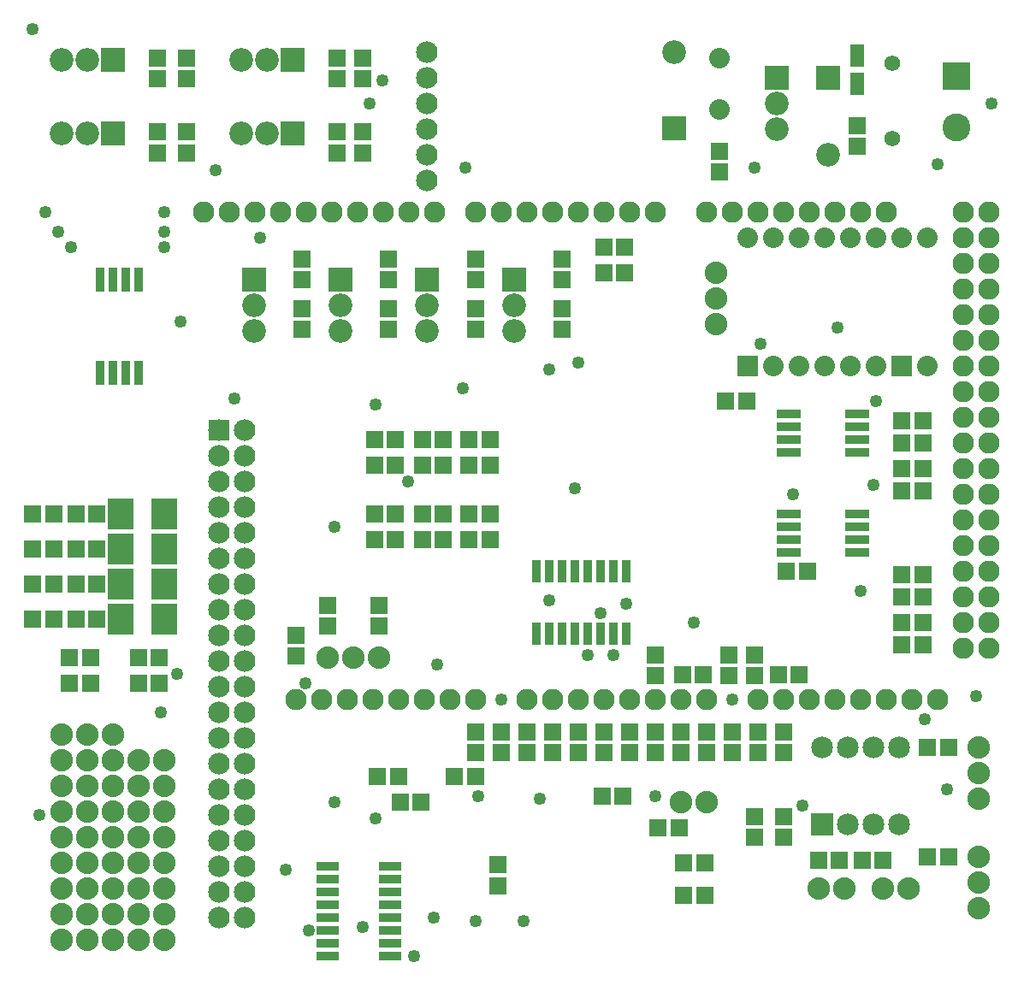
<source format=gts>
G04 MADE WITH FRITZING*
G04 WWW.FRITZING.ORG*
G04 DOUBLE SIDED*
G04 HOLES PLATED*
G04 CONTOUR ON CENTER OF CONTOUR VECTOR*
%ASAXBY*%
%FSLAX23Y23*%
%MOIN*%
%OFA0B0*%
%SFA1.0B1.0*%
%ADD10C,0.049370*%
%ADD11C,0.080000*%
%ADD12C,0.084000*%
%ADD13C,0.088000*%
%ADD14C,0.085000*%
%ADD15C,0.082917*%
%ADD16C,0.092000*%
%ADD17C,0.061496*%
%ADD18C,0.109055*%
%ADD19R,0.036000X0.090000*%
%ADD20R,0.096900X0.034000*%
%ADD21R,0.100086X0.123708*%
%ADD22R,0.033622X0.096614*%
%ADD23R,0.065118X0.069055*%
%ADD24R,0.057244X0.088740*%
%ADD25R,0.090000X0.036000*%
%ADD26R,0.069055X0.065118*%
%ADD27R,0.080000X0.080000*%
%ADD28R,0.085000X0.085000*%
%ADD29R,0.084000X0.084000*%
%ADD30R,0.092000X0.092000*%
%ADD31R,0.109055X0.109055*%
%LNMASK1*%
G90*
G70*
G54D10*
X207Y2922D03*
X569Y2984D03*
X569Y3059D03*
X106Y3059D03*
X157Y2984D03*
X569Y2922D03*
X632Y2634D03*
X1232Y1834D03*
X3619Y809D03*
X3344Y2322D03*
X3282Y1584D03*
X1044Y497D03*
X57Y3772D03*
X1132Y259D03*
X1969Y297D03*
X2269Y1497D03*
X2632Y1459D03*
X1794Y784D03*
X2032Y772D03*
X2482Y784D03*
X1519Y2009D03*
X1119Y1222D03*
X2219Y1334D03*
X2069Y1547D03*
X2319Y1334D03*
X2369Y1534D03*
X1632Y1297D03*
X2869Y3234D03*
X1782Y297D03*
X1344Y272D03*
X1744Y3234D03*
X3732Y1172D03*
X944Y2959D03*
X2182Y2472D03*
G54D11*
X2732Y3659D03*
X2732Y3459D03*
G54D10*
X1619Y309D03*
X1544Y159D03*
X1394Y697D03*
G54D12*
X1594Y3684D03*
X1594Y3584D03*
X1594Y3484D03*
X1594Y3384D03*
X1594Y3284D03*
X1594Y3184D03*
X1594Y3684D03*
X1594Y3584D03*
X1594Y3484D03*
X1594Y3384D03*
X1594Y3284D03*
X1594Y3184D03*
G54D10*
X619Y1259D03*
X3057Y747D03*
X1732Y2372D03*
X2069Y2447D03*
X1394Y2309D03*
X769Y3222D03*
X1369Y3484D03*
X1419Y3572D03*
X3532Y1084D03*
X1882Y1159D03*
X82Y709D03*
X557Y1109D03*
X2782Y1159D03*
X2169Y1984D03*
X3794Y3484D03*
X3194Y2609D03*
X3019Y1959D03*
X3332Y1997D03*
X844Y2334D03*
G54D11*
X3544Y2959D03*
X3544Y2459D03*
X3444Y2959D03*
X3444Y2459D03*
X3344Y2959D03*
X3344Y2459D03*
X3244Y2959D03*
X3244Y2459D03*
X3144Y2959D03*
X3144Y2459D03*
X3044Y2959D03*
X3044Y2459D03*
X2944Y2959D03*
X2944Y2459D03*
X2844Y2959D03*
X2844Y2459D03*
G54D10*
X3582Y3247D03*
X1232Y759D03*
G54D13*
X569Y222D03*
X469Y222D03*
X369Y222D03*
X269Y222D03*
X169Y222D03*
X569Y922D03*
X469Y922D03*
X369Y922D03*
X269Y922D03*
X169Y922D03*
X169Y722D03*
X269Y722D03*
X369Y722D03*
X369Y522D03*
X169Y522D03*
X269Y522D03*
X569Y522D03*
X469Y522D03*
X169Y322D03*
X269Y322D03*
X169Y1022D03*
X269Y1022D03*
X369Y1022D03*
X369Y422D03*
X569Y422D03*
X469Y422D03*
X169Y822D03*
X269Y822D03*
X369Y822D03*
X569Y322D03*
X469Y322D03*
X369Y622D03*
X169Y422D03*
X269Y422D03*
X569Y622D03*
X469Y622D03*
X1407Y1322D03*
X1307Y1322D03*
X1207Y1322D03*
X169Y622D03*
X269Y622D03*
X469Y822D03*
X369Y322D03*
X569Y822D03*
X569Y722D03*
X469Y722D03*
G54D10*
X2894Y2547D03*
G54D14*
X3132Y672D03*
X3132Y972D03*
X3232Y672D03*
X3232Y972D03*
X3332Y672D03*
X3332Y972D03*
X3432Y672D03*
X3432Y972D03*
G54D12*
X882Y2209D03*
X882Y2109D03*
X882Y2009D03*
X882Y1909D03*
X882Y1809D03*
X882Y1709D03*
X882Y1609D03*
X882Y1509D03*
X882Y1409D03*
X882Y1309D03*
X882Y1209D03*
X882Y1109D03*
X882Y1009D03*
X882Y909D03*
X882Y809D03*
X882Y709D03*
X882Y609D03*
X882Y509D03*
X882Y409D03*
X882Y309D03*
X782Y2209D03*
X782Y2109D03*
X782Y2009D03*
X782Y1909D03*
X782Y1809D03*
X782Y1709D03*
X782Y1609D03*
X782Y1509D03*
X782Y1409D03*
X782Y1309D03*
X782Y1209D03*
X782Y1109D03*
X782Y1009D03*
X782Y909D03*
X782Y809D03*
X782Y709D03*
X782Y609D03*
X782Y509D03*
X782Y409D03*
X782Y309D03*
G54D15*
X2982Y1159D03*
X1382Y1159D03*
X3082Y1159D03*
X3182Y1159D03*
X3282Y1159D03*
X3382Y1159D03*
X3682Y2559D03*
X3482Y1159D03*
X3582Y1159D03*
X1422Y3059D03*
X1982Y1159D03*
X2082Y1159D03*
X2182Y1159D03*
X2282Y1159D03*
X3682Y1759D03*
X2382Y1159D03*
X2482Y1159D03*
X2582Y1159D03*
X2682Y1159D03*
X2182Y3059D03*
X3682Y2959D03*
X3682Y2159D03*
X3682Y1359D03*
X1022Y3059D03*
X1782Y1159D03*
X1782Y3059D03*
X3682Y2759D03*
X3682Y2359D03*
X3682Y1959D03*
X3382Y3059D03*
X3682Y1559D03*
X3282Y3059D03*
X3182Y3059D03*
X3082Y3059D03*
X2982Y3059D03*
X2882Y3059D03*
X2782Y3059D03*
X2682Y3059D03*
X822Y3059D03*
X1222Y3059D03*
X1622Y3059D03*
X1182Y1159D03*
X1582Y1159D03*
X2382Y3059D03*
X1982Y3059D03*
X3682Y3059D03*
X3682Y2859D03*
X3682Y2659D03*
X3682Y2459D03*
X3682Y2259D03*
X3682Y2059D03*
X3682Y1859D03*
X3682Y1659D03*
X3682Y1459D03*
X722Y3059D03*
X922Y3059D03*
X1122Y3059D03*
X1322Y3059D03*
X1522Y3059D03*
X1082Y1159D03*
X1282Y1159D03*
X1482Y1159D03*
X1682Y1159D03*
X2482Y3059D03*
X2282Y3059D03*
X2082Y3059D03*
X1882Y3059D03*
X3782Y3059D03*
X3782Y2959D03*
X3782Y2859D03*
X3782Y2759D03*
X3782Y2659D03*
X3782Y2559D03*
X3782Y2459D03*
X3782Y2359D03*
X3782Y2259D03*
X3782Y2159D03*
X3782Y2059D03*
X3782Y1959D03*
X3782Y1859D03*
X3782Y1759D03*
X3782Y1659D03*
X3782Y1559D03*
X3782Y1459D03*
X3782Y1359D03*
X2882Y1159D03*
G54D16*
X1257Y2797D03*
X1257Y2697D03*
X1257Y2597D03*
X1932Y2797D03*
X1932Y2697D03*
X1932Y2597D03*
X1594Y2797D03*
X1594Y2697D03*
X1594Y2597D03*
X919Y2797D03*
X919Y2697D03*
X919Y2597D03*
G54D13*
X3744Y347D03*
X3744Y447D03*
X3744Y547D03*
X3744Y972D03*
X3744Y872D03*
X3744Y772D03*
X2719Y2822D03*
X2719Y2722D03*
X2719Y2622D03*
X3119Y422D03*
X3219Y422D03*
X2682Y759D03*
X2582Y759D03*
X3469Y422D03*
X3369Y422D03*
G54D16*
X2957Y3584D03*
X2957Y3484D03*
X2957Y3384D03*
X2557Y3386D03*
X2557Y3684D03*
X3157Y3582D03*
X3157Y3284D03*
G54D17*
X3407Y3345D03*
X3407Y3641D03*
X3407Y3345D03*
X3407Y3641D03*
G54D16*
X369Y3366D03*
X269Y3366D03*
X169Y3366D03*
X1069Y3653D03*
X969Y3653D03*
X869Y3653D03*
X369Y3653D03*
X269Y3653D03*
X169Y3653D03*
X1069Y3366D03*
X969Y3366D03*
X869Y3366D03*
G54D18*
X3657Y3590D03*
X3657Y3390D03*
G54D19*
X2019Y1417D03*
X2069Y1417D03*
X2119Y1417D03*
X2169Y1417D03*
X2219Y1417D03*
X2269Y1417D03*
X2319Y1417D03*
X2369Y1417D03*
X2369Y1659D03*
X2319Y1659D03*
X2269Y1659D03*
X2219Y1659D03*
X2169Y1659D03*
X2119Y1659D03*
X2069Y1659D03*
X2019Y1659D03*
G54D20*
X3269Y2122D03*
X3269Y2172D03*
X3269Y2222D03*
X3269Y2272D03*
X3004Y2272D03*
X3004Y2222D03*
X3004Y2172D03*
X3004Y2122D03*
X3269Y1734D03*
X3269Y1784D03*
X3269Y1834D03*
X3269Y1884D03*
X3004Y1884D03*
X3004Y1834D03*
X3004Y1784D03*
X3004Y1734D03*
G54D21*
X569Y1472D03*
X400Y1472D03*
X569Y1609D03*
X400Y1609D03*
X569Y1747D03*
X400Y1747D03*
X569Y1884D03*
X400Y1884D03*
G54D22*
X369Y2434D03*
X369Y2797D03*
X319Y2434D03*
X419Y2434D03*
X469Y2434D03*
X319Y2797D03*
X419Y2797D03*
X469Y2797D03*
G54D23*
X57Y1472D03*
X138Y1472D03*
X57Y1609D03*
X138Y1609D03*
X57Y1747D03*
X138Y1747D03*
X57Y1884D03*
X138Y1884D03*
X1575Y1784D03*
X1656Y1784D03*
X1575Y1884D03*
X1656Y1884D03*
X1575Y2072D03*
X1656Y2072D03*
X1575Y2172D03*
X1656Y2172D03*
X307Y1472D03*
X226Y1472D03*
X307Y1609D03*
X226Y1609D03*
X307Y1747D03*
X226Y1747D03*
X307Y1884D03*
X226Y1884D03*
X1388Y1784D03*
X1468Y1784D03*
X1388Y1884D03*
X1468Y1884D03*
X1388Y2072D03*
X1468Y2072D03*
X1388Y2172D03*
X1468Y2172D03*
G54D24*
X3269Y3559D03*
X3269Y3669D03*
G54D25*
X1449Y159D03*
X1449Y209D03*
X1449Y259D03*
X1449Y309D03*
X1449Y359D03*
X1449Y409D03*
X1449Y459D03*
X1449Y509D03*
X1207Y509D03*
X1207Y459D03*
X1207Y409D03*
X1207Y359D03*
X1207Y309D03*
X1207Y259D03*
X1207Y209D03*
X1207Y159D03*
G54D26*
X1869Y515D03*
X1869Y434D03*
G54D23*
X550Y1222D03*
X469Y1222D03*
X2282Y2922D03*
X2363Y2922D03*
G54D26*
X3269Y3316D03*
X3269Y3397D03*
X2732Y3216D03*
X2732Y3297D03*
G54D23*
X469Y1322D03*
X550Y1322D03*
X282Y1322D03*
X201Y1322D03*
G54D26*
X1344Y3291D03*
X1344Y3372D03*
X1244Y3578D03*
X1244Y3659D03*
X1344Y3578D03*
X1344Y3659D03*
X1244Y3291D03*
X1244Y3372D03*
X657Y3578D03*
X657Y3659D03*
X544Y3578D03*
X544Y3659D03*
X657Y3291D03*
X657Y3372D03*
X544Y3291D03*
X544Y3372D03*
G54D23*
X3525Y2247D03*
X3444Y2247D03*
X3525Y1972D03*
X3444Y1972D03*
X3525Y2059D03*
X3444Y2059D03*
X3525Y2159D03*
X3444Y2159D03*
X2757Y2322D03*
X2838Y2322D03*
X3525Y1372D03*
X3444Y1372D03*
X3525Y1459D03*
X3444Y1459D03*
X3525Y1559D03*
X3444Y1559D03*
X3525Y1647D03*
X3444Y1647D03*
G54D26*
X1107Y2603D03*
X1107Y2684D03*
X1444Y2603D03*
X1444Y2684D03*
X1782Y2603D03*
X1782Y2684D03*
X2119Y2603D03*
X2119Y2684D03*
X1107Y2877D03*
X1107Y2797D03*
X1444Y2877D03*
X1444Y2797D03*
X1782Y2877D03*
X1782Y2797D03*
X2119Y2877D03*
X2119Y2797D03*
G54D23*
X1757Y2072D03*
X1838Y2072D03*
X1838Y2172D03*
X1757Y2172D03*
X1482Y859D03*
X1401Y859D03*
X2357Y784D03*
X2276Y784D03*
X282Y1222D03*
X201Y1222D03*
X2994Y1659D03*
X3075Y1659D03*
G54D26*
X2769Y1334D03*
X2769Y1253D03*
X2082Y953D03*
X2082Y1034D03*
X1207Y1447D03*
X1207Y1527D03*
X1082Y1409D03*
X1082Y1328D03*
G54D23*
X2363Y2822D03*
X2282Y2822D03*
G54D26*
X1982Y953D03*
X1982Y1034D03*
G54D23*
X1701Y859D03*
X1782Y859D03*
G54D26*
X1782Y1034D03*
X1782Y953D03*
G54D23*
X3044Y1255D03*
X2964Y1255D03*
G54D26*
X2482Y1253D03*
X2482Y1334D03*
G54D23*
X3625Y972D03*
X3544Y972D03*
X3289Y534D03*
X3369Y534D03*
X3200Y534D03*
X3119Y534D03*
X3625Y547D03*
X3544Y547D03*
G54D26*
X2982Y702D03*
X2982Y622D03*
G54D27*
X2844Y2459D03*
X3444Y2459D03*
G54D23*
X2594Y522D03*
X2675Y522D03*
X2494Y659D03*
X2575Y659D03*
G54D28*
X3132Y672D03*
G54D29*
X782Y2209D03*
G54D30*
X1257Y2797D03*
X1932Y2797D03*
X1594Y2797D03*
X919Y2797D03*
X2957Y3584D03*
X2557Y3385D03*
X3157Y3583D03*
X369Y3366D03*
X1069Y3653D03*
X369Y3653D03*
X1069Y3366D03*
G54D31*
X3657Y3590D03*
G54D26*
X2982Y953D03*
X2982Y1034D03*
G54D23*
X2594Y397D03*
X2675Y397D03*
G54D26*
X2869Y623D03*
X2869Y703D03*
G54D23*
X1569Y759D03*
X1489Y759D03*
G54D26*
X1882Y953D03*
X1882Y1034D03*
X2182Y953D03*
X2182Y1034D03*
X1407Y1447D03*
X1407Y1527D03*
X2882Y953D03*
X2882Y1034D03*
X2682Y953D03*
X2682Y1034D03*
X2582Y953D03*
X2582Y1034D03*
X2782Y953D03*
X2782Y1034D03*
X2482Y953D03*
X2482Y1034D03*
X2282Y953D03*
X2282Y1034D03*
X2382Y953D03*
X2382Y1034D03*
G54D23*
X1757Y1784D03*
X1838Y1784D03*
X1838Y1884D03*
X1757Y1884D03*
X2669Y1255D03*
X2589Y1255D03*
G54D26*
X2869Y1253D03*
X2869Y1334D03*
G04 End of Mask1*
M02*
</source>
